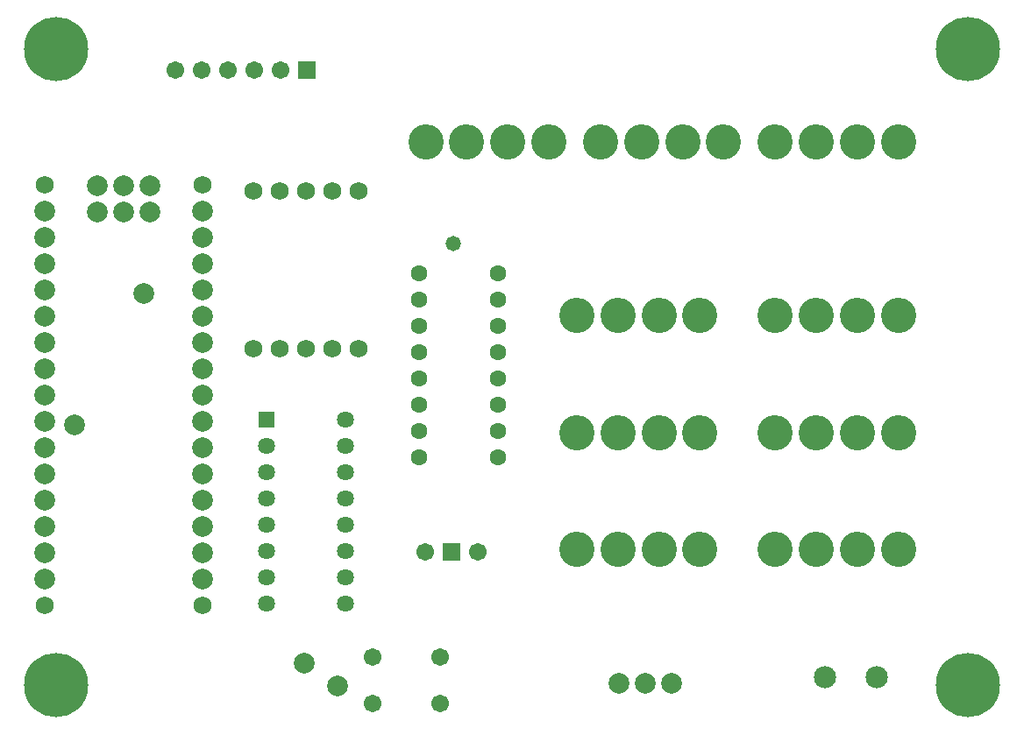
<source format=gbr>
%TF.GenerationSoftware,Altium Limited,Altium Designer,21.8.1 (53)*%
G04 Layer_Color=16711935*
%FSLAX43Y43*%
%MOMM*%
%TF.SameCoordinates,2523FC94-2157-46A2-8D95-2E3533E7A92D*%
%TF.FilePolarity,Negative*%
%TF.FileFunction,Soldermask,Bot*%
%TF.Part,Single*%
G01*
G75*
%TA.AperFunction,ComponentPad*%
%ADD32C,2.003*%
%ADD33C,1.703*%
%ADD34R,1.703X1.703*%
%ADD35C,1.727*%
%ADD36C,1.628*%
%ADD37R,1.628X1.628*%
%ADD38C,1.603*%
%ADD39C,3.403*%
%TA.AperFunction,ViaPad*%
%ADD40C,6.203*%
%TA.AperFunction,ComponentPad*%
%ADD41C,2.153*%
%TA.AperFunction,ViaPad*%
%ADD42C,2.003*%
%ADD43C,1.473*%
D32*
X58793Y4727D02*
D03*
X61333D02*
D03*
X63874D02*
D03*
X3380Y50370D02*
D03*
Y47830D02*
D03*
Y45290D02*
D03*
Y42750D02*
D03*
Y40210D02*
D03*
Y37670D02*
D03*
Y35130D02*
D03*
Y32590D02*
D03*
Y30050D02*
D03*
Y27510D02*
D03*
Y24970D02*
D03*
Y22430D02*
D03*
Y19890D02*
D03*
Y17350D02*
D03*
Y14810D02*
D03*
X18620D02*
D03*
Y17350D02*
D03*
Y19890D02*
D03*
Y22430D02*
D03*
Y24970D02*
D03*
Y27510D02*
D03*
Y30050D02*
D03*
Y32590D02*
D03*
Y35130D02*
D03*
Y37670D02*
D03*
Y40210D02*
D03*
Y42750D02*
D03*
Y45290D02*
D03*
Y47830D02*
D03*
Y50370D02*
D03*
X8470Y52810D02*
D03*
X11010D02*
D03*
X13550D02*
D03*
X8470Y50270D02*
D03*
X11010D02*
D03*
X13550D02*
D03*
D33*
X16000Y64000D02*
D03*
X18540D02*
D03*
X21080D02*
D03*
X23620D02*
D03*
X26160D02*
D03*
X40130Y17370D02*
D03*
X45210D02*
D03*
X41554Y7250D02*
D03*
X35054D02*
D03*
X41554Y2750D02*
D03*
X35054D02*
D03*
D34*
X28700Y64000D02*
D03*
X42670Y17370D02*
D03*
D35*
X3380Y12270D02*
D03*
X18620D02*
D03*
X3380Y52910D02*
D03*
X18620D02*
D03*
X23500Y37060D02*
D03*
X26040D02*
D03*
X28580D02*
D03*
X31120D02*
D03*
X33660D02*
D03*
Y52300D02*
D03*
X31120D02*
D03*
X28580D02*
D03*
X26040D02*
D03*
X23500D02*
D03*
D36*
X32390Y30150D02*
D03*
Y27610D02*
D03*
Y25070D02*
D03*
Y22530D02*
D03*
Y19990D02*
D03*
Y17450D02*
D03*
Y14910D02*
D03*
Y12370D02*
D03*
X24770D02*
D03*
Y14910D02*
D03*
Y17450D02*
D03*
Y19990D02*
D03*
Y22530D02*
D03*
Y25070D02*
D03*
Y27610D02*
D03*
D37*
Y30150D02*
D03*
D38*
X39510Y36675D02*
D03*
X47130D02*
D03*
X39510Y44295D02*
D03*
X47130D02*
D03*
X47130Y29055D02*
D03*
X39510D02*
D03*
X47130Y34135D02*
D03*
X39510D02*
D03*
X47130Y31595D02*
D03*
X39510D02*
D03*
X47130Y26505D02*
D03*
X39510D02*
D03*
X39510Y39215D02*
D03*
X47130D02*
D03*
X39510Y41755D02*
D03*
X47130D02*
D03*
D39*
X57040Y57050D02*
D03*
X61000D02*
D03*
X64960D02*
D03*
X68920D02*
D03*
X73920D02*
D03*
X77880D02*
D03*
X81840D02*
D03*
X85800D02*
D03*
X40160D02*
D03*
X44120D02*
D03*
X48080D02*
D03*
X52040D02*
D03*
X54760Y40230D02*
D03*
X58720D02*
D03*
X62680D02*
D03*
X66640D02*
D03*
X73920D02*
D03*
X77880D02*
D03*
X81840D02*
D03*
X85800D02*
D03*
X73920Y28950D02*
D03*
X77880D02*
D03*
X81840D02*
D03*
X85800D02*
D03*
X54760D02*
D03*
X58720D02*
D03*
X62680D02*
D03*
X66640D02*
D03*
X73920Y17670D02*
D03*
X77880D02*
D03*
X81840D02*
D03*
X85800D02*
D03*
X54760D02*
D03*
X58720D02*
D03*
X62680D02*
D03*
X66640D02*
D03*
D40*
X4500Y66000D02*
D03*
X92500D02*
D03*
Y4500D02*
D03*
X4500D02*
D03*
D41*
X83700Y5327D02*
D03*
X78700D02*
D03*
D42*
X28400Y6650D02*
D03*
X31600Y4450D02*
D03*
X6200Y29650D02*
D03*
X12900Y42350D02*
D03*
D43*
X42800Y47200D02*
D03*
%TF.MD5,cb92de081982d4343351c122cf5a3710*%
M02*

</source>
